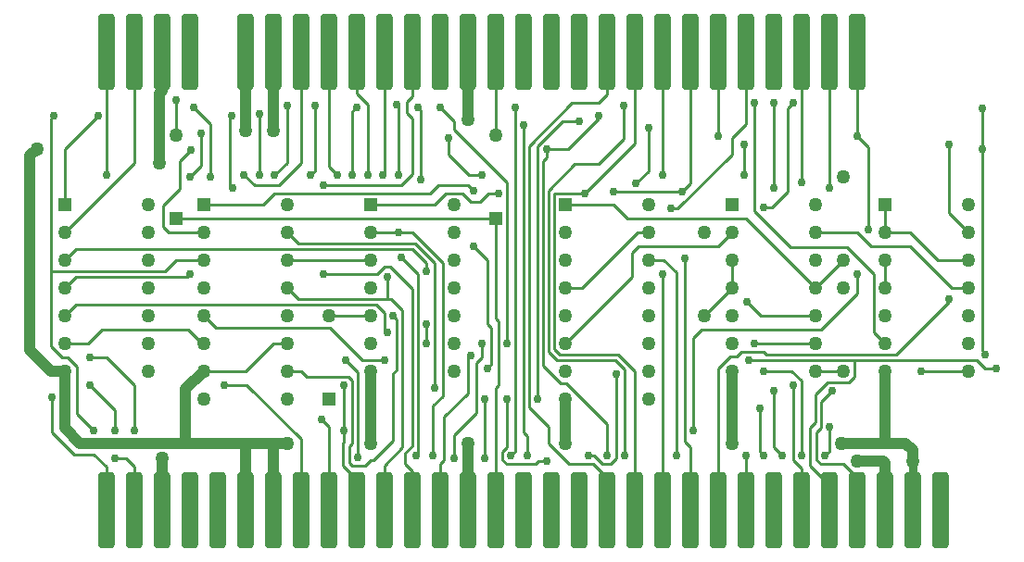
<source format=gbl>
G04*
G04  File:            NEMOBUSTODIVIDE-V1.1.2.GBL, Wed Sep 17 23:25:12 2025*
G04  Source:          P-CAD 2006 PCB, Version 19.02.958, (D:\PCAD-2006\Projects\Pentagon-4096\Hardware\NemoBusToDivIDE-v1.1.2.PCB)*
G04  Format:          Gerber Format (RS-274-D), ASCII*
G04*
G04  Format Options:  Absolute Positioning*
G04                   Leading-Zero Suppression*
G04                   Scale Factor 1:1*
G04                   NO Circular Interpolation*
G04                   Inch Units*
G04                   Numeric Format: 4.4 (XXXX.XXXX)*
G04                   G54 NOT Used for Aperture Change*
G04                   Apertures Embedded*
G04*
G04  File Options:    Offset = (0.0mil,0.0mil)*
G04                   Drill Symbol Size = 80.0mil*
G04                   No Pad/Via Holes*
G04*
G04  File Contents:   Pads*
G04                   Vias*
G04                   No Designators*
G04                   No Types*
G04                   No Values*
G04                   No Drill Symbols*
G04                   Bottom*
G04*
%INNEMOBUSTODIVIDE-V1.1.2.GBL*%
%ICAS*%
%MOIN*%
G04*
G04  Aperture MACROs for general use --- invoked via D-code assignment *
G04*
G04  General MACRO for flashed round with rotation and/or offset hole *
%AMROTOFFROUND*
1,1,$1,0.0000,0.0000*
1,0,$2,$3,$4*%
G04*
G04  General MACRO for flashed oval (obround) with rotation and/or offset hole *
%AMROTOFFOVAL*
21,1,$1,$2,0.0000,0.0000,$3*
1,1,$4,$5,$6*
1,1,$4,0-$5,0-$6*
1,0,$7,$8,$9*%
G04*
G04  General MACRO for flashed oval (obround) with rotation and no hole *
%AMROTOVALNOHOLE*
21,1,$1,$2,0.0000,0.0000,$3*
1,1,$4,$5,$6*
1,1,$4,0-$5,0-$6*%
G04*
G04  General MACRO for flashed rectangle with rotation and/or offset hole *
%AMROTOFFRECT*
21,1,$1,$2,0.0000,0.0000,$3*
1,0,$4,$5,$6*%
G04*
G04  General MACRO for flashed rectangle with rotation and no hole *
%AMROTRECTNOHOLE*
21,1,$1,$2,0.0000,0.0000,$3*%
G04*
G04  General MACRO for flashed rounded-rectangle *
%AMROUNDRECT*
21,1,$1,$2-$4,0.0000,0.0000,$3*
21,1,$1-$4,$2,0.0000,0.0000,$3*
1,1,$4,$5,$6*
1,1,$4,$7,$8*
1,1,$4,0-$5,0-$6*
1,1,$4,0-$7,0-$8*
1,0,$9,$10,$11*%
G04*
G04  General MACRO for flashed rounded-rectangle with rotation and no hole *
%AMROUNDRECTNOHOLE*
21,1,$1,$2-$4,0.0000,0.0000,$3*
21,1,$1-$4,$2,0.0000,0.0000,$3*
1,1,$4,$5,$6*
1,1,$4,$7,$8*
1,1,$4,0-$5,0-$6*
1,1,$4,0-$7,0-$8*%
G04*
G04  General MACRO for flashed regular polygon *
%AMREGPOLY*
5,1,$1,0.0000,0.0000,$2,$3+$4*
1,0,$5,$6,$7*%
G04*
G04  General MACRO for flashed regular polygon with no hole *
%AMREGPOLYNOHOLE*
5,1,$1,0.0000,0.0000,$2,$3+$4*%
G04*
G04  General MACRO for target *
%AMTARGET*
6,0,0,$1,$2,$3,4,$4,$5,$6*%
G04*
G04  General MACRO for mounting hole *
%AMMTHOLE*
1,1,$1,0,0*
1,0,$2,0,0*
$1=$1-$2*
$1=$1/2*
21,1,$2+$1,$3,0,0,$4*
21,1,$3,$2+$1,0,0,$4*%
G04*
G04*
G04  D10 : "Ellipse X10.0mil Y10.0mil H0.0mil 0.0deg (0.0mil,0.0mil) Draw"*
G04  Disc: OuterDia=0.0100*
%ADD10C, 0.0100*%
G04  D11 : "Ellipse X30.7mil Y30.7mil H0.0mil 0.0deg (0.0mil,0.0mil) Draw"*
G04  Disc: OuterDia=0.0307*
%ADD11C, 0.0307*%
G04  D12 : "Ellipse X40.0mil Y40.0mil H0.0mil 0.0deg (0.0mil,0.0mil) Draw"*
G04  Disc: OuterDia=0.0400*
%ADD12C, 0.0400*%
G04  D13 : "Ellipse X5.0mil Y5.0mil H0.0mil 0.0deg (0.0mil,0.0mil) Draw"*
G04  Disc: OuterDia=0.0050*
%ADD13C, 0.0050*%
G04  D14 : "Ellipse X6.0mil Y6.0mil H0.0mil 0.0deg (0.0mil,0.0mil) Draw"*
G04  Disc: OuterDia=0.0060*
%ADD14C, 0.0060*%
G04  D15 : "Ellipse X7.0mil Y7.0mil H0.0mil 0.0deg (0.0mil,0.0mil) Draw"*
G04  Disc: OuterDia=0.0070*
%ADD15C, 0.0070*%
G04  D16 : "Ellipse X9.8mil Y9.8mil H0.0mil 0.0deg (0.0mil,0.0mil) Draw"*
G04  Disc: OuterDia=0.0098*
%ADD16C, 0.0098*%
G04  D17 : "Ellipse X133.0mil Y133.0mil H0.0mil 0.0deg (0.0mil,0.0mil) Flash"*
G04  Disc: OuterDia=0.1330*
%ADD17C, 0.1330*%
G04  D18 : "Ellipse X50.0mil Y50.0mil H0.0mil 0.0deg (0.0mil,0.0mil) Flash"*
G04  Disc: OuterDia=0.0500*
%ADD18C, 0.0500*%
G04  D19 : "Ellipse X65.0mil Y65.0mil H0.0mil 0.0deg (0.0mil,0.0mil) Flash"*
G04  Disc: OuterDia=0.0650*
%ADD19C, 0.0650*%
G04  D20 : "Mounting Hole X118.0mil Y118.0mil H0.0mil 0.0deg (0.0mil,0.0mil) Flash"*
G04  Mounting Hole: Diameter=0.1180, Rotation=0.0, LineWidth=0.0050 *
%ADD20MTHOLE, 0.1180 X0.0980 X0.0050 X0.0*%
G04  D21 : "Rounded Rectangle X61.5mil Y275.6mil H0.0mil 0.0deg (0.0mil,0.0mil) Flash"*
G04  RoundRct: DimX=0.0615, DimY=0.2756, CornerRad=0.0154, Rotation=0.0, OffsetX=0.0000, OffsetY=0.0000, HoleDia=0.0000 *
%ADD21ROUNDRECTNOHOLE, 0.0615 X0.2756 X0.0 X0.0308 X-0.0154 X-0.1224 X-0.0154 X0.1224*%
G04  D22 : "Rounded Rectangle X76.5mil Y290.6mil H0.0mil 0.0deg (0.0mil,0.0mil) Flash"*
G04  RoundRct: DimX=0.0765, DimY=0.2906, CornerRad=0.0191, Rotation=0.0, OffsetX=0.0000, OffsetY=0.0000, HoleDia=0.0000 *
%ADD22ROUNDRECTNOHOLE, 0.0765 X0.2906 X0.0 X0.0382 X-0.0191 X-0.1262 X-0.0191 X0.1262*%
G04  D23 : "Rectangle X50.0mil Y50.0mil H0.0mil 0.0deg (0.0mil,0.0mil) Flash"*
G04  Square: Side=0.0500, Rotation=0.0, OffsetX=0.0000, OffsetY=0.0000, HoleDia=0.0000*
%ADD23R, 0.0500 X0.0500*%
G04  D24 : "Rectangle X65.0mil Y65.0mil H0.0mil 0.0deg (0.0mil,0.0mil) Flash"*
G04  Square: Side=0.0650, Rotation=0.0, OffsetX=0.0000, OffsetY=0.0000, HoleDia=0.0000*
%ADD24R, 0.0650 X0.0650*%
G04  D25 : "Ellipse X30.0mil Y30.0mil H0.0mil 0.0deg (0.0mil,0.0mil) Flash"*
G04  Disc: OuterDia=0.0300*
%ADD25C, 0.0300*%
G04  D26 : "Ellipse X45.0mil Y45.0mil H0.0mil 0.0deg (0.0mil,0.0mil) Flash"*
G04  Disc: OuterDia=0.0450*
%ADD26C, 0.0450*%
G04*
%FSLAX44Y44*%
%SFA1B1*%
%OFA0.0000B0.0000*%
G04*
G70*
G90*
G01*
D2*
%LNBottom*%
D10*
X50050Y41300*
X50850Y40500D1*
D2*
D12*
X50500Y43500*
X50000D1*
X49250Y44250*
D2*
D10*
X50400Y44000*
X50000Y44400D1*
X50600Y44000D2*
X50400D1*
X50900Y45900D2*
X50500Y45500D1*
X50900Y46900D2*
X50500Y46500D1*
X50900Y47900D2*
X50500Y47500D1*
D2*
D12*
X49250Y51250*
X49500Y51500D1*
D2*
D10*
X50000Y52600*
X50100Y52700D1*
X51550Y40500D2*
X52000Y40050D1*
X52700Y40350D2*
X53000Y40050D1*
X52300Y40350D2*
X52700D1*
X51400Y44000D2*
X52000D1*
X53000Y43000*
X51400D2*
X52300Y42100D1*
D2*
D12*
X55500Y43500*
X54850Y42850D1*
D2*
D10*
X55450Y44500*
X55500D1*
X55950Y45050D2*
X55500Y45500D1*
X54500Y47500D2*
X55500D1*
X54100Y47100D2*
X54500Y47500D1*
X54900Y46900D2*
X55000Y47000D1*
X54250Y48500D2*
X55500D1*
X54050Y48700D2*
X54250Y48500D1*
X54050Y49450D2*
Y48700D1*
X54650Y50050D2*
X54050Y49450D1*
X55400Y50900D2*
X55000Y50500D1*
X56450Y50200D2*
X56550Y50100D1*
X54650Y51050D2*
X55050Y51450D1*
X54500Y53250D2*
Y52000D1*
X55750Y52400D2*
X55150Y53000D1*
X56450Y52650D2*
X56500Y52700D1*
D2*
D12*
X58500Y40900*
X58000D1*
D2*
D10*
Y44500*
X58500D1*
X59000Y43500D2*
X58500D1*
X59200Y43300D2*
X59000Y43500D1*
X58900Y46100D2*
X58500Y46500D1*
X58900Y48100D2*
X58500Y48500D1*
X58050Y49900D2*
X57650Y49500D1*
X59500Y50700D2*
X59350Y50550D1*
X57350Y50200D2*
X58200D1*
X60550Y40950D2*
X60500Y40900D1*
X60750Y40800D2*
X60850Y40900D1*
X60750Y40200D2*
Y40800D1*
X61600Y40300D2*
X61500D1*
X62300Y41000D2*
X61600Y40300D1*
X60500Y40900D2*
Y40100D1*
X61000Y39600*
X60550Y41350D2*
Y40950D1*
X61500Y40300D2*
X61300Y40100D1*
X60850*
X60750Y40200*
X62650Y40750D2*
X62000Y40100D1*
X62750Y40550D2*
Y40150D1*
X60850Y43150D2*
X60700Y43300D1*
X62450Y43550D2*
X62300Y43400D1*
X60600Y43900D2*
X61050Y43450D1*
X62000Y43900D2*
X61200D1*
X62000Y45600D2*
X61700Y45900D1*
X62100Y46900D2*
Y46100D1*
X62250*
X62650Y45700*
X62300Y45500D2*
X62450Y45350D1*
X62000Y47250D2*
X62200D1*
X61750Y47000D2*
X62000Y47250D1*
X62500Y48500D2*
X61500D1*
X62000Y50600D2*
X61950Y50550D1*
X60850Y52850D2*
X61000Y53000D1*
X61400Y53100D2*
X61000Y53500D1*
X62800Y52800D2*
Y53200D1*
X62500Y53050D2*
X62450Y53100D1*
X63200Y40500D2*
X63150Y40450D1*
X64500Y41200D2*
Y40350D1*
X64150Y41850D2*
Y40300D1*
X64000Y40150*
X65000Y44000D2*
X65100Y44050D1*
X65000Y44000D2*
Y42700D1*
X65850Y43750D2*
X65700Y43600D1*
X65500Y44500D2*
Y43996D1*
X65300Y43796D2*
X65500Y43996D1*
X64100Y42600D2*
X63750Y42250D1*
X63500Y47100D2*
Y47400D1*
X65700Y45200D2*
X65850Y45050D1*
X65700Y47500D2*
Y45200D1*
X63950Y50200D2*
X63650Y49900D1*
X64200D2*
X63800Y49500D1*
X65000Y50200D2*
X65200Y50000D1*
X65000Y50200D2*
X63950D1*
X65100Y49600D2*
X64800Y49900D1*
X65450Y49600D2*
X65100D1*
X65750Y49900D2*
X65450Y49600D1*
X64800Y49900D2*
X64200D1*
X65500Y50550D2*
X65050D1*
X64300Y51300D2*
Y51900D1*
X64500Y52500D2*
Y52200D1*
X64000Y53000D2*
X64500Y52500D1*
X63300Y52900D2*
X63200Y53000D1*
D2*
D12*
X65000Y55150*
Y55000D1*
D2*
D10*
X67000Y41300*
X67150Y41150D1*
X66400Y40750D2*
X66250Y40600D1*
X66700D2*
X66550Y40450D1*
X67150Y41150D2*
Y40450D1*
X67550Y40250D2*
X67850D1*
X67450Y40150D2*
X67550Y40250D1*
X66400Y40150D2*
X67450D1*
X66250Y40300D2*
X66400Y40150D1*
X66250Y40600D2*
Y40300D1*
X67900Y41500D2*
Y40900D1*
X68650Y40150*
X68100Y44300D2*
X68300Y44100D1*
X67900Y44200D2*
X68200Y43900D1*
X68350Y43050D2*
X68550D1*
X67700Y43700D2*
X68350Y43050D1*
X67850Y51200D2*
X67700Y51050D1*
X67850Y51500D2*
Y51200D1*
Y51500D2*
X68600D1*
X68400Y52500D2*
X67500Y51600D1*
X68750Y53150D2*
X67200Y51600D1*
X70000Y41600D2*
Y40450D1*
X69850Y40150D2*
X70150D1*
X69350Y40450D2*
X69550D1*
X69850Y40150*
X70150D2*
X70350Y40350D1*
X69500Y40150D2*
X70000Y39650D1*
X70400Y44100D2*
X71000Y43500D1*
X70300Y43900D2*
X70650Y43550D1*
X70350Y43400D2*
X70400Y43450D1*
Y43500*
X70900Y46900D2*
Y47750D1*
X71500Y50700D2*
X71050Y50250D1*
X70250Y49500D2*
X70750Y49000D1*
X71100Y48500D2*
X71500D1*
X69700Y52600D2*
Y52700D1*
X70000Y53450D2*
X69700Y53150D1*
X70600Y53050D2*
Y51850D1*
X72800Y40950D2*
X73000Y40750D1*
X74425Y44025D2*
X74000Y43600D1*
X74675Y44025D2*
X74425D1*
X74850Y44200D2*
X74675Y44025D1*
X72050Y47500D2*
X72500Y47050D1*
X74500Y47500D2*
Y46500D1*
X73500Y45500*
X72700Y49950D2*
X73000Y50250D1*
X72300Y49350D2*
X72550D1*
X74500Y51300D2*
Y51900D1*
X77500Y41650D2*
X77300Y41450D1*
Y40100*
X77700Y41450D2*
X77550Y41300D1*
X75500Y40600D2*
X75650Y40450D1*
X76000Y40750D2*
X76300Y40450D1*
X76700Y40300D2*
X77000Y40000D1*
X77550Y41300D2*
Y40300D1*
X77700Y40150*
X76650Y43500D2*
X75650D1*
X77000Y43150D2*
X76650Y43500D1*
X75300Y44500D2*
X77500D1*
X75750Y44100D2*
X75650Y44200D1*
X75550Y45500D2*
X77500D1*
X75050Y46000D2*
X75550Y45500D1*
X76500Y49950D2*
X75950Y49400D1*
X75650*
X76500Y52950D2*
X76700Y53150D1*
D2*
D12*
X79950Y40250*
X80000Y40200D1*
X79000Y40250D2*
X79950D1*
X78450Y40900D2*
X80000D1*
D2*
D10*
X78500Y40150*
X79000Y39650D1*
D2*
D12*
X80750Y40900*
X80000D1*
D2*
D10*
X78900Y43300*
X78700Y43100D1*
X78900Y43900D2*
Y43300D1*
X79600Y44900D2*
X80000Y44500D1*
Y47500D2*
Y46500D1*
X79000Y46300D2*
Y47000D1*
X80000Y48500D2*
Y49500D1*
Y48500D2*
X80900D1*
X79000Y51950D2*
X79400Y51550D1*
X81300Y43500D2*
X83000D1*
X83500Y44250D2*
X83600Y44100D1*
X83300Y43900D2*
X83600Y43600D1*
X83000Y46500D2*
X82400D1*
X81900Y47500D2*
X83000D1*
X82300Y46000D2*
Y46100D1*
X83000Y48500D2*
X82300Y49200D1*
X83500Y51500D2*
Y52950D1*
X50000Y44400D2*
Y47100D1*
D2*
D12*
X50500Y43500*
Y41450D1*
D2*
D10*
X50050Y42550*
Y41300D1*
X51350Y44500D2*
X51850Y45000D1*
X52300Y42100D2*
Y41350D1*
X53000Y43000D2*
Y41350D1*
X52000Y38500D2*
Y40050D1*
X53000Y38500D2*
Y40050D1*
X52000Y50550D2*
Y55000D1*
X53000Y51000D2*
Y55000D1*
X54950Y45000D2*
X55450Y44500D1*
D2*
D12*
X54850Y42850*
Y40900D1*
D2*
D10*
X55400Y52050*
Y50900D1*
X54650Y51050D2*
Y50050D1*
X55750Y52400D2*
Y50500D1*
X56450Y52650D2*
Y50200D1*
D2*
D12*
X58000Y40900*
Y38500D1*
D2*
D10*
X57050Y43000*
X59000Y41050D1*
Y38500D2*
Y41050D1*
X58200Y50200D2*
X59000Y51000D1*
X59500Y53050D2*
Y50700D1*
D2*
D12*
X58000Y52150*
Y55000D1*
D2*
D10*
X57500Y52750*
Y50550D1*
X58500Y53050D2*
Y51000D1*
X58050Y50550*
X59000Y55000D2*
Y51000D1*
X60850Y40900D2*
Y43150D1*
X62000Y45000D2*
X62100Y44900D1*
X62000Y45000D2*
Y45600D1*
X62300Y43400D2*
Y41000D1*
X62450Y45350D2*
Y43550D1*
X61000Y39600D2*
Y38500D1*
D2*
D12*
X61500Y40900*
Y43500D1*
D2*
D10*
X61050Y43450*
Y40400D1*
X62650Y45700D2*
Y40750D1*
X60550Y41350D2*
Y43000D1*
X61200Y43900D2*
X60050Y45050D1*
X62000Y38500D2*
Y40100D1*
Y50600D2*
Y55000D1*
X60850Y52850D2*
Y50550D1*
X61400D2*
Y53100D1*
X62500Y50550D2*
Y53050D1*
X61000Y55000D2*
Y53500D1*
X63500Y45200D2*
Y44500D1*
X64100Y47400D2*
Y42600D1*
X65300Y42000D2*
X64500Y41200D1*
X65200Y48000D2*
X65700Y47500D1*
X63800Y47400D2*
X63100Y48100D1*
X63800Y42900D2*
Y47400D1*
X65850Y45050D2*
Y43750D1*
X65300Y43796D2*
Y42000D1*
X65000Y42700D2*
X64150Y41850D1*
D2*
D12*
X65000Y40900*
Y38500D1*
D2*
D10*
X63200Y47000*
Y40500D1*
X63750Y42250D2*
Y40450D1*
X65600Y42500D2*
Y40350D1*
X64000Y38500D2*
Y40150D1*
X64300Y51300D2*
X65050Y50550D1*
X63300Y52900D2*
Y50400D1*
D2*
D12*
X65000Y52550*
Y55000D1*
D2*
D10*
X67200Y42200*
X67900Y41500D1*
X66400Y42500D2*
Y40750D1*
X66100Y45300D2*
Y43000D1*
D2*
D12*
X68500Y40900*
Y42500D1*
D2*
D10*
X68850Y50950*
X67900Y50000D1*
X69100Y46500D2*
X71100Y48500D1*
X70900Y47750D2*
X71150Y48000D1*
X70650Y43550D2*
Y40450D1*
X70000Y39650D2*
Y38500D1*
X71000D2*
Y43500D1*
X70350Y43400D2*
Y40350D1*
X71500Y52250D2*
Y50700D1*
X69200Y49900D2*
X71000Y51700D1*
X70600Y51850D2*
X69700Y50950D1*
X70000Y55000D2*
Y53450D1*
X71000Y55000D2*
Y51700D1*
X72800Y47550D2*
Y40950D1*
X74000Y48000D2*
X74500Y48500D1*
X73100Y44700D2*
X73400Y45000D1*
X73100Y41350D2*
Y44700D1*
D2*
D12*
X74500Y40900*
Y43500D1*
D2*
D10*
X72500Y47050*
Y40450D1*
X73000Y38500D2*
Y40750D1*
X74000Y38500D2*
Y43600D1*
X73000Y50250D2*
Y55000D1*
X74000D2*
Y51950D1*
X75300Y49250D2*
X76600Y47950D1*
X77500Y42650D2*
Y41650D1*
X77700Y42400D2*
Y41450D1*
X75500Y42150D2*
Y40600D1*
X76000Y42800D2*
Y40750D1*
X77000Y40450D2*
Y43150D1*
X76700Y43000D2*
Y40300D1*
X77000Y38500D2*
Y40000D1*
X76000Y53150D2*
Y50100D1*
X76500Y52950D2*
Y49950D1*
X77000Y50300D2*
Y55000D1*
D2*
D12*
X80000Y40200*
Y38500D1*
D2*
D10*
X79500Y48000*
X79000Y48500D1*
X80900Y48000D2*
X79500D1*
X78650Y47950D2*
X79600Y47000D1*
Y44900*
D2*
D12*
X80000Y40900*
Y43500D1*
D2*
D10*
X79000Y39650*
Y38500D1*
Y55000D2*
Y51950D1*
D2*
D12*
X49250Y44250*
Y51250D1*
D2*
D10*
X50000Y52600*
Y47100D1*
X50500Y49500D2*
Y51500D1*
X67200Y51600D2*
Y42200D1*
X67500Y51600D2*
Y42500D1*
X68100Y49900D2*
Y44300D1*
X67900Y50000D2*
Y44200D1*
X67700Y51050D2*
Y43700D1*
X66700Y53000D2*
Y40600D1*
X67000Y52350D2*
Y41300D1*
X66400Y50300D2*
Y44500D1*
X72550Y49350D2*
X74500Y51300D1*
X75300Y53150D2*
Y49250D1*
X79400Y51550D2*
Y48600D1*
X83500Y51500D2*
Y44250D1*
X82300Y49200D2*
Y51650D1*
X60000Y41500D2*
X59750Y41750D1*
D2*
D12*
X57000Y40900*
X58000D1*
X57000D2*
X54850D1*
X50500Y41450D2*
X51050Y40900D1*
X54850*
D2*
D10*
X50850Y40500*
X51550D1*
X57000Y43500D2*
X58000Y44500D1*
X55500Y43500D2*
X57000D1*
X50500Y44500D2*
X51350D1*
X60700Y43300D2*
X59200D1*
X50950Y43650D2*
X50600Y44000D1*
X56250Y43000D2*
X57050D1*
X54900Y46900D2*
X50900D1*
X50000Y47100D2*
X54100D1*
X60050Y45050D2*
X55950D1*
X56950Y50550D2*
X57350Y50200D1*
X57650Y49500D2*
X55500D1*
X60300Y50550D2*
X60000Y50850D1*
D2*
D12*
X53900Y53500*
X54000Y53600D1*
D2*
D10*
X50500Y51500*
X51700Y52700D1*
X62750Y40150D2*
X63000Y39900D1*
Y40800D2*
X62750Y40550D1*
X68650Y40150D2*
X69500D1*
X68300Y44100D2*
X70400D1*
X68200Y43900D2*
X70300D1*
X66100Y43000D2*
X66000Y42900D1*
X71500Y47500D2*
X72050D1*
X63500Y47400D2*
X63000Y47900D1*
X62600Y47600D2*
X63200Y47000D1*
X68500Y46500D2*
X69100D1*
X66000Y45400D2*
X66100Y45300D1*
X62200Y47250D2*
X63000Y46450D1*
X62600Y50200D2*
X63000Y50600D1*
X62500Y48500D2*
X63000D1*
X68500Y49500D2*
X70250D1*
X69200Y49900D2*
X68100D1*
X66100D2*
X65750D1*
X72700Y49950D2*
X70250D1*
X68600Y51500D2*
X69700Y52600D1*
X63000D2*
X62800Y52800D1*
Y53200D2*
X63000Y53400D1*
X69000Y52500D2*
X68400D1*
X69700Y53150D2*
X68750D1*
D2*
D11*
X81000Y40250*
Y39724D1*
D2*
D10*
X77300Y40100*
X78000Y39400D1*
Y41500D2*
Y40600D1*
X77850Y40450*
X77700Y40150D2*
X78500D1*
D2*
D12*
X81000Y40650*
X80750Y40900D1*
X81000Y40250D2*
Y40650D1*
D2*
D10*
X77950Y43100*
X77500Y42650D1*
X78700Y43100D2*
X77950D1*
X78100Y42800D2*
X77700Y42400D1*
X77500Y43500D2*
X78500D1*
X83300Y43900D2*
X78900D1*
X75100D2*
X78900D1*
X80400Y44100D2*
X75750D1*
X75650Y44200D2*
X74850D1*
X83600Y43600D2*
X84000D1*
X77500Y46500D2*
X78500Y47500D1*
X79000Y48500D2*
X77500D1*
X74500Y51900D2*
X75000Y52400D1*
X51850Y45000D2*
X54950D1*
D2*
D12*
X57000Y40900*
Y38500D1*
X54000Y40350D2*
Y38500D1*
D2*
D10*
X50950Y41950*
X51550Y41350D1*
X50950Y41950D2*
Y43650D1*
X60000Y38500D2*
Y41500D1*
D2*
D12*
X54000Y53600*
Y55000D1*
X53900Y51000D2*
Y53500D1*
X57000Y52150D2*
Y55000D1*
D2*
D10*
X60000*
Y50850D1*
X63000Y48500D2*
X64100Y47400D1*
X68500Y44500D2*
X70900Y46900D1*
X68550Y43050D2*
X70000Y41600D1*
X66000Y42900D2*
Y38500D1*
Y49000D2*
Y45400D1*
X63000Y46450D2*
Y40800D1*
Y38500D2*
Y39900D1*
X72000Y47000D2*
Y38500D1*
X66000Y55000D2*
Y52000D1*
X69700Y50950D2*
X68850D1*
X63000Y50600D2*
Y52600D1*
X64500Y52200D2*
X66400Y50300D1*
X63000Y55000D2*
Y53400D1*
X72000Y50550D2*
Y55000D1*
X82400Y46500D2*
X80900Y48000D1*
Y48500D2*
X81900Y47500D1*
D2*
D11*
X81000Y39724*
Y38500D1*
D2*
D10*
X75000Y49000*
X77500Y46500D1*
X76600Y47950D2*
X78650D1*
X78000Y39400D2*
Y38500D1*
X77700Y45000D2*
X79000Y46300D1*
X82300Y46000D2*
X80400Y44100D1*
X75000Y38500D2*
Y40450D1*
X74950Y50550D2*
Y51650D1*
X75000Y55000D2*
Y52400D1*
X78000Y50100D2*
Y55000D1*
X50500Y48500D2*
X53000Y51000D1*
X58500Y47500D2*
X61500D1*
X60000Y45500D2*
X61500D1*
X62100Y46100D2*
X58900D1*
X59800Y47000D2*
X61750D1*
X63100Y48100D2*
X58900D1*
X63800Y49500D2*
X61500D1*
X63650Y49900D2*
X58050D1*
X59800Y50200D2*
X62600D1*
X70750Y49000D2*
X75000D1*
X71150Y48000D2*
X74000D1*
X73400Y45000D2*
X77700D1*
X61700Y45900D2*
X50900D1*
X63000Y47900D2*
X50900D1*
X66000Y49000D2*
X54500D1*
D2*
D25*
X50050Y42550D3*
D18*
X49500Y51500D3*
D25*
X50100Y52700D3*
X52300Y41350D3*
X53000D3*
X52300Y40350D3*
X51550Y41350D3*
X51400Y44000D3*
Y43000D3*
X52000Y50550D3*
X51700Y52700D3*
X56250Y43000D3*
X55000Y47000D3*
X55750Y50500D3*
X55000D3*
X56550Y50100D3*
X55400Y52050D3*
X55050Y51450D3*
X55150Y53000D3*
X54500Y53250D3*
X56500Y52700D3*
X59750Y41750D3*
D18*
X58500Y40900D3*
D25*
X57500Y50550D3*
X58050D3*
X59350D3*
X58500Y53050D3*
X59500D3*
D18*
X58000Y52150D3*
D25*
X57500Y52750D3*
X60550Y41350D3*
D18*
X61500Y40900D3*
D25*
X61050Y40400D3*
X62000Y43900D3*
X60550Y43000D3*
X60600Y43900D3*
X62600Y47600D3*
X62100Y46900D3*
X62300Y45500D3*
X61400Y50550D3*
X62500Y48500D3*
Y50550D3*
X60300D3*
X60850D3*
X61950D3*
X61000Y53000D3*
X62450Y53100D3*
D18*
X65000Y40900D3*
D25*
X63750Y40450D3*
X64500Y40350D3*
X65600D3*
X63500Y44500D3*
X65700Y43600D3*
X65600Y42500D3*
X63800Y42900D3*
X65100Y44050D3*
X65500Y44500D3*
X63500Y47100D3*
X63300Y50400D3*
X65500Y50550D3*
X65200Y50000D3*
D18*
X65000Y52550D3*
D25*
X64300Y51900D3*
X64000Y53000D3*
D18*
X68500Y40900D3*
D25*
X66550Y40450D3*
X67150D3*
X67850Y40250D3*
X66400Y44500D3*
X67500Y42500D3*
X66400D3*
X67850Y51500D3*
X66700Y53000D3*
X67000Y52350D3*
X69350Y40450D3*
X70000D3*
X70650D3*
X70350Y43400D3*
X71050Y50250D3*
X70250Y49950D3*
X71500Y52250D3*
X69700Y52700D3*
X70600Y53050D3*
X73100Y41350D3*
D18*
X74500Y40900D3*
D25*
X72500Y40450D3*
X72800Y47550D3*
X72700Y49950D3*
X72300Y49350D3*
X74000Y51950D3*
X75650Y40450D3*
X76300D3*
X77000D3*
X75650Y43500D3*
X76700Y43000D3*
X75300Y44500D3*
X76000Y42800D3*
X77000Y50300D3*
X76000Y50100D3*
X75650Y49400D3*
X76000Y53150D3*
X75300D3*
X76700D3*
D18*
X79000Y40250D3*
X78450Y40900D3*
D25*
X79000Y47000D3*
X79400Y48600D3*
X79000Y51950D3*
X81300Y43500D3*
X83600Y44100D3*
X82300Y46100D3*
X83500Y51500D3*
X82300Y51650D3*
X83500Y52950D3*
D20*
D25*
X62100Y44900D3*
X63500Y45200D3*
X65200Y48000D3*
D18*
X73500Y45500D3*
Y48500D3*
D25*
X75500Y42150D3*
D18*
X78500Y43500D3*
Y46500D3*
Y47500D3*
Y50500D3*
X54000Y40350D3*
X58500Y42500D3*
X55500D3*
D25*
X59800Y47000D3*
X56950Y50550D3*
X59800Y50200D3*
D18*
X57000Y52150D3*
D25*
X63150Y40450D3*
X72000Y47000D3*
Y50550D3*
X69200Y49900D3*
X66100D3*
X69000Y52500D3*
X63200Y53000D3*
D18*
X81000Y40250D3*
D25*
X78000Y41500D3*
X75000Y40450D3*
X77850D3*
X78100Y42800D3*
X75100Y43900D3*
X84000Y43600D3*
X75050Y46000D3*
X78000Y50100D3*
X74950Y50550D3*
Y51650D3*
D23*
X60000Y42500D3*
D18*
Y45500D3*
X53900Y51000D3*
X50500Y45500D3*
Y44500D3*
Y47500D3*
Y48500D3*
X53500Y44500D3*
Y45500D3*
Y48500D3*
Y47500D3*
X50500Y46500D3*
Y43500D3*
D23*
Y49500D3*
D18*
X53500Y43500D3*
Y46500D3*
Y49500D3*
X55500Y45500D3*
Y44500D3*
Y47500D3*
Y48500D3*
X58500Y44500D3*
Y45500D3*
Y48500D3*
Y47500D3*
X55500Y46500D3*
Y43500D3*
D23*
Y49500D3*
D18*
X58500Y43500D3*
Y46500D3*
Y49500D3*
D23*
X54500Y49000D3*
D18*
Y52000D3*
X68500Y42500D3*
Y45500D3*
Y44500D3*
Y47500D3*
Y48500D3*
X71500Y42500D3*
Y44500D3*
Y45500D3*
Y48500D3*
Y47500D3*
X68500Y46500D3*
Y43500D3*
D23*
Y49500D3*
D18*
X71500Y43500D3*
Y46500D3*
Y49500D3*
D23*
X66000Y49000D3*
D18*
Y52000D3*
X74500Y45500D3*
Y44500D3*
Y47500D3*
Y48500D3*
X77500Y44500D3*
Y45500D3*
Y48500D3*
Y47500D3*
X74500Y46500D3*
Y43500D3*
D23*
Y49500D3*
D18*
X77500Y43500D3*
Y46500D3*
Y49500D3*
X80000Y45500D3*
Y44500D3*
Y47500D3*
Y48500D3*
X83000Y44500D3*
Y45500D3*
Y48500D3*
Y47500D3*
X80000Y46500D3*
Y43500D3*
D23*
Y49500D3*
D18*
X83000Y43500D3*
Y46500D3*
Y49500D3*
X61500Y45500D3*
Y44500D3*
Y47500D3*
Y48500D3*
X64500Y44500D3*
Y45500D3*
Y48500D3*
Y47500D3*
X61500Y46500D3*
Y43500D3*
D23*
Y49500D3*
D18*
X64500Y43500D3*
Y46500D3*
Y49500D3*
D21*
X78000Y55000D3*
X79000D3*
X75000D3*
X76000D3*
X77000D3*
X72000D3*
X73000D3*
X74000D3*
X69000D3*
X70000D3*
X71000D3*
X66000D3*
X67000D3*
X68000D3*
X63000D3*
X64000D3*
X65000D3*
X60000D3*
X61000D3*
X62000D3*
X57000D3*
X58000D3*
X59000D3*
X54000D3*
X55000D3*
X52000D3*
X53000D3*
X52000Y38500D3*
X54000D3*
X55000D3*
X57000D3*
X58000D3*
X60000D3*
X61000D3*
X63000D3*
X64000D3*
X66000D3*
X67000D3*
X69000D3*
X70000D3*
X72000D3*
X73000D3*
X75000D3*
X76000D3*
X78000D3*
X79000D3*
X81000D3*
X82000D3*
X53000D3*
X56000D3*
X59000D3*
X62000D3*
X65000D3*
X68000D3*
X71000D3*
X74000D3*
X77000D3*
X80000D3*
D02M02*

</source>
